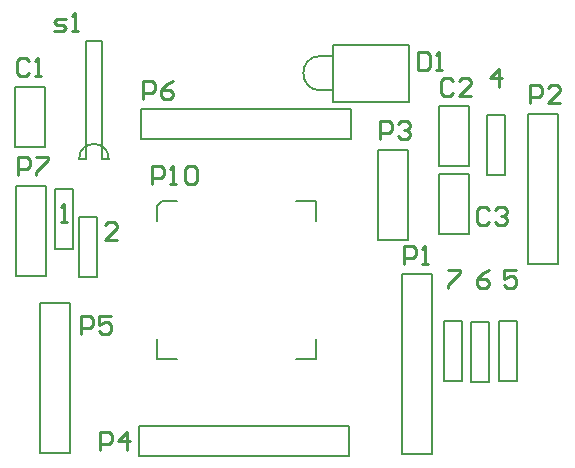
<source format=gto>
%FSAX43Y43*%
%MOMM*%
G71*
G01*
G75*
%ADD10O,2.000X1.000*%
%ADD11R,2.000X1.000*%
%ADD12R,1.000X2.000*%
%ADD13C,0.700*%
%ADD14C,0.254*%
%ADD15C,0.300*%
%ADD16R,2.000X2.000*%
%ADD17C,2.000*%
%ADD18C,1.500*%
%ADD19R,1.500X1.500*%
%ADD20R,1.500X1.500*%
%ADD21C,1.200*%
%ADD22C,1.400*%
%ADD23C,1.600*%
%ADD24C,6.000*%
%ADD25C,0.200*%
%ADD26C,0.127*%
D14*
X0038151Y0076124D02*
X0038913D01*
X0039166Y0076378D01*
X0038913Y0076632D01*
X0038405D01*
X0038151Y0076886D01*
X0038405Y0077139D01*
X0039166D01*
X0039674Y0076124D02*
X0040182D01*
X0039928D01*
Y0077647D01*
X0039674Y0077393D01*
X0046406Y0063170D02*
Y0064693D01*
X0047168D01*
X0047421Y0064439D01*
Y0063932D01*
X0047168Y0063678D01*
X0046406D01*
X0047929Y0063170D02*
X0048437D01*
X0048183D01*
Y0064693D01*
X0047929Y0064439D01*
X0049199D02*
X0049453Y0064693D01*
X0049961D01*
X0050215Y0064439D01*
Y0063424D01*
X0049961Y0063170D01*
X0049453D01*
X0049199Y0063424D01*
Y0064439D01*
X0035077Y0063856D02*
Y0065379D01*
X0035839D01*
X0036093Y0065125D01*
Y0064617D01*
X0035839Y0064363D01*
X0035077D01*
X0036601Y0065379D02*
X0037617D01*
Y0065125D01*
X0036601Y0064110D01*
Y0063856D01*
X0045618Y0070333D02*
Y0071856D01*
X0046380D01*
X0046634Y0071602D01*
Y0071094D01*
X0046380Y0070840D01*
X0045618D01*
X0048158Y0071856D02*
X0047650Y0071602D01*
X0047142Y0071094D01*
Y0070587D01*
X0047396Y0070333D01*
X0047904D01*
X0048158Y0070587D01*
Y0070840D01*
X0047904Y0071094D01*
X0047142D01*
X0040386Y0050419D02*
Y0051943D01*
X0041148D01*
X0041402Y0051689D01*
Y0051181D01*
X0041148Y0050927D01*
X0040386D01*
X0042925Y0051943D02*
X0041910D01*
Y0051181D01*
X0042417Y0051435D01*
X0042671D01*
X0042925Y0051181D01*
Y0050673D01*
X0042671Y0050419D01*
X0042163D01*
X0041910Y0050673D01*
X0042037Y0040640D02*
Y0042164D01*
X0042799D01*
X0043053Y0041910D01*
Y0041402D01*
X0042799Y0041148D01*
X0042037D01*
X0044322Y0040640D02*
Y0042164D01*
X0043561Y0041402D01*
X0044576D01*
X0065684Y0066904D02*
Y0068427D01*
X0066446D01*
X0066700Y0068173D01*
Y0067665D01*
X0066446Y0067411D01*
X0065684D01*
X0067208Y0068173D02*
X0067462Y0068427D01*
X0067970D01*
X0068224Y0068173D01*
Y0067919D01*
X0067970Y0067665D01*
X0067716D01*
X0067970D01*
X0068224Y0067411D01*
Y0067158D01*
X0067970Y0066904D01*
X0067462D01*
X0067208Y0067158D01*
X0078384Y0069952D02*
Y0071475D01*
X0079146D01*
X0079400Y0071221D01*
Y0070713D01*
X0079146Y0070459D01*
X0078384D01*
X0080924Y0069952D02*
X0079908D01*
X0080924Y0070967D01*
Y0071221D01*
X0080670Y0071475D01*
X0080162D01*
X0079908Y0071221D01*
X0067716Y0056363D02*
Y0057886D01*
X0068478D01*
X0068732Y0057632D01*
Y0057124D01*
X0068478Y0056870D01*
X0067716D01*
X0069240Y0056363D02*
X0069748D01*
X0069494D01*
Y0057886D01*
X0069240Y0057632D01*
X0068961Y0074295D02*
Y0072771D01*
X0069723D01*
X0069977Y0073025D01*
Y0074041D01*
X0069723Y0074295D01*
X0068961D01*
X0070485Y0072771D02*
X0070992D01*
X0070738D01*
Y0074295D01*
X0070485Y0074041D01*
X0074930Y0060960D02*
X0074676Y0061214D01*
X0074168D01*
X0073914Y0060960D01*
Y0059944D01*
X0074168Y0059690D01*
X0074676D01*
X0074930Y0059944D01*
X0075438Y0060960D02*
X0075691Y0061214D01*
X0076199D01*
X0076453Y0060960D01*
Y0060706D01*
X0076199Y0060452D01*
X0075945D01*
X0076199D01*
X0076453Y0060198D01*
Y0059944D01*
X0076199Y0059690D01*
X0075691D01*
X0075438Y0059944D01*
X0071907Y0071856D02*
X0071653Y0072110D01*
X0071145D01*
X0070891Y0071856D01*
Y0070841D01*
X0071145Y0070587D01*
X0071653D01*
X0071907Y0070841D01*
X0073431Y0070587D02*
X0072415D01*
X0073431Y0071602D01*
Y0071856D01*
X0073177Y0072110D01*
X0072669D01*
X0072415Y0071856D01*
X0035966Y0073507D02*
X0035712Y0073761D01*
X0035204D01*
X0034950Y0073507D01*
Y0072492D01*
X0035204Y0072238D01*
X0035712D01*
X0035966Y0072492D01*
X0036474Y0072238D02*
X0036982D01*
X0036728D01*
Y0073761D01*
X0036474Y0073507D01*
X0071501Y0055880D02*
X0072517D01*
Y0055626D01*
X0071501Y0054610D01*
Y0054356D01*
X0074930Y0055880D02*
X0074422Y0055626D01*
X0073914Y0055118D01*
Y0054610D01*
X0074168Y0054356D01*
X0074676D01*
X0074930Y0054610D01*
Y0054864D01*
X0074676Y0055118D01*
X0073914D01*
X0077216Y0055880D02*
X0076200D01*
Y0055118D01*
X0076708Y0055372D01*
X0076962D01*
X0077216Y0055118D01*
Y0054610D01*
X0076962Y0054356D01*
X0076454D01*
X0076200Y0054610D01*
X0075819Y0071374D02*
Y0072898D01*
X0075057Y0072136D01*
X0076073D01*
X0043434Y0058420D02*
X0042418D01*
X0043434Y0059436D01*
Y0059690D01*
X0043180Y0059944D01*
X0042672D01*
X0042418Y0059690D01*
X0038735Y0059944D02*
X0039243D01*
X0038989D01*
Y0061468D01*
X0038735Y0061214D01*
D25*
X0042739Y0065271D02*
G03*
X0040239Y0065271I-0001250J0000000D01*
G01*
X0042154D02*
X0042739D01*
X0040239D02*
X0040814D01*
Y0075271D01*
X0042154D01*
Y0065271D02*
Y0075271D01*
X0045466Y0069469D02*
X0063246D01*
X0045466Y0066929D02*
Y0069469D01*
Y0066929D02*
X0063246D01*
Y0069469D01*
X0046844Y0060001D02*
Y0061301D01*
Y0048281D02*
Y0049981D01*
Y0048281D02*
X0048544D01*
X0058564D02*
X0060264D01*
Y0049981D01*
Y0060001D02*
Y0061701D01*
X0058564D02*
X0060264D01*
X0047244D02*
X0048544D01*
X0046844Y0061301D02*
X0047244Y0061701D01*
X0065532Y0058420D02*
Y0066040D01*
Y0058420D02*
X0068072D01*
Y0066040D01*
X0065532D02*
X0068072D01*
X0034925Y0055372D02*
Y0062992D01*
Y0055372D02*
X0037465D01*
Y0062992D01*
X0034925D02*
X0037465D01*
X0078232Y0069088D02*
X0080772D01*
Y0056388D02*
Y0069088D01*
X0078232Y0056388D02*
Y0069088D01*
Y0056388D02*
X0080772D01*
X0067564Y0055499D02*
X0070104D01*
X0067564Y0040259D02*
X0070104D01*
X0067564D02*
Y0055499D01*
X0070104Y0040259D02*
Y0055499D01*
X0070739Y0064643D02*
X0073279D01*
X0070739D02*
Y0069723D01*
X0073279D01*
Y0064643D02*
Y0069723D01*
X0034798Y0071374D02*
X0037338D01*
Y0066294D02*
Y0071374D01*
X0034798Y0066294D02*
X0037338D01*
X0034798D02*
Y0071374D01*
X0045339Y0040132D02*
X0063119D01*
Y0042672D01*
X0045339D02*
X0063119D01*
X0045339Y0040132D02*
Y0042672D01*
X0036957Y0040386D02*
X0039497D01*
X0036957D02*
Y0053086D01*
X0039497Y0040386D02*
Y0053086D01*
X0036957D02*
X0039497D01*
X0040259Y0060325D02*
X0041021D01*
X0040259Y0055245D02*
Y0060325D01*
Y0055245D02*
X0041783D01*
Y0060325D01*
X0041021D02*
X0041783D01*
X0038227Y0062738D02*
X0038989D01*
X0038227Y0057658D02*
Y0062738D01*
Y0057658D02*
X0039751D01*
Y0062738D01*
X0038989D02*
X0039751D01*
X0070739Y0064008D02*
X0073279D01*
Y0058928D02*
Y0064008D01*
X0070739Y0058928D02*
X0073279D01*
X0070739D02*
Y0064008D01*
X0075565Y0063881D02*
X0076327D01*
Y0068961D01*
X0074803D02*
X0076327D01*
X0074803Y0063881D02*
Y0068961D01*
Y0063881D02*
X0075565D01*
X0076581Y0046482D02*
X0077343D01*
Y0051562D01*
X0075819D02*
X0077343D01*
X0075819Y0046482D02*
Y0051562D01*
Y0046482D02*
X0076581D01*
X0073406Y0051435D02*
X0074168D01*
X0073406Y0046355D02*
Y0051435D01*
Y0046355D02*
X0074930D01*
Y0051435D01*
X0074168D02*
X0074930D01*
X0071882Y0046482D02*
X0072644D01*
Y0051562D01*
X0071120D02*
X0072644D01*
X0071120Y0046482D02*
Y0051562D01*
Y0046482D02*
X0071882D01*
D26*
X0060667Y0073967D02*
G03*
X0060667Y0071067I0000000J-0001450D01*
G01*
Y0073967D02*
X0061767D01*
X0060667Y0071067D02*
X0061767D01*
Y0074930D02*
X0068167D01*
X0061767Y0070104D02*
Y0074930D01*
Y0070104D02*
X0068167D01*
Y0074930D01*
M02*

</source>
